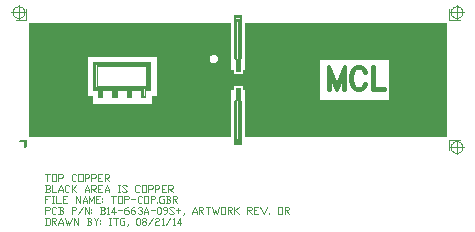
<source format=gbr>
G75*
%IPPOS*%
%FSLAX24Y24*%
%MOIN*%
%ADD10C,0.00100*%
%ADD11C,0.00200*%
%ADD12C,0.00400*%
%ADD13C,0.00800*%
%ADD14C,0.01500*%
%ADD15C,0.02500*%
%ADD16C,0.04000*%
%ADD17C,0.40000*%
%ADD18C,0.20000*%
%ADD19C,0.09358*%
%ADD20C,0.09600*%
%ADD21C,0.01300*%
%ADD22C,0.03000*%
%LNGB-TCOP*%
%LPD*%
G54D10*
X-201Y-5D02*
X-246Y-54D01*
X-54D01*
Y-246D01*
X-5Y-201D01*
Y-5D01*
X-201D01*
X-223Y-44D02*
X-246Y-54D01*
X-44Y-223D02*
X-54Y-246D01*
G54D11*
X-197Y-15D02*
X-223Y-44D01*
X-44D01*
Y-223D01*
X-15Y-197D01*
Y-15D01*
X-197D01*
X-119Y-15D02*
Y-44D01*
X-138D02*
Y-15D01*
X-157D02*
Y-44D01*
X-176D02*
Y-15D01*
X-195D02*
Y-44D01*
X-214D02*
Y-34D01*
X-100Y-44D02*
Y-15D01*
X-81D02*
Y-44D01*
X-62D02*
Y-15D01*
X-43D02*
Y-222D01*
X-24Y-205D02*
Y-15D01*
G54D10*
X-201Y-5D02*
X-246Y-54D01*
X-54D01*
Y-246D01*
X-5Y-201D01*
Y-5D01*
X-201D01*
X14352Y-54D02*
X14321Y-56D01*
X14291Y-63D01*
X14263Y-75D01*
X14237Y-91D01*
X14214Y-111D01*
X14194Y-134D01*
X14178Y-160D01*
X14166Y-189D01*
X14159Y-218D01*
X14157Y-249D01*
D02*
X14159Y-279D01*
X14166Y-309D01*
X14178Y-337D01*
X14194Y-364D01*
X14214Y-387D01*
X14237Y-407D01*
X14263Y-423D01*
X14291Y-434D01*
X14321Y-442D01*
X14352Y-444D01*
X14100Y0D02*
X14449D01*
X14352Y-249D02*
X14116D01*
X14100Y0D02*
Y-349D01*
X14352Y-444D02*
X14382Y-442D01*
X14412Y-434D01*
X14440Y-423D01*
X14466Y-407D01*
X14490Y-387D01*
X14509Y-364D01*
X14525Y-337D01*
X14537Y-309D01*
X14544Y-279D01*
X14547Y-249D01*
X14352D02*
Y-484D01*
X14547Y-249D02*
X14544Y-218D01*
X14537Y-189D01*
X14525Y-160D01*
X14509Y-134D01*
X14490Y-111D01*
X14466Y-91D01*
X14440Y-75D01*
X14412Y-63D01*
X14382Y-56D01*
X14352Y-54D01*
Y-249D02*
X14587D01*
X14352D02*
Y-13D01*
X-252Y4444D02*
X-282Y4442D01*
X-312Y4434D01*
X-340Y4423D01*
X-366Y4407D01*
X-390Y4387D01*
X-409Y4364D01*
X-425Y4337D01*
X-437Y4309D01*
X-444Y4279D01*
X-447Y4249D01*
D02*
X-444Y4218D01*
X-437Y4189D01*
X-425Y4160D01*
X-409Y4134D01*
X-390Y4111D01*
X-366Y4091D01*
X-340Y4075D01*
X-312Y4063D01*
X-282Y4056D01*
X-252Y4054D01*
Y4249D02*
X-487D01*
X-252Y4054D02*
X-221Y4056D01*
X-191Y4063D01*
X-163Y4075D01*
X-137Y4091D01*
X-114Y4111D01*
X-94Y4134D01*
X-78Y4160D01*
X-66Y4189D01*
X-59Y4218D01*
X-57Y4249D01*
X-252D02*
Y4013D01*
X0Y4000D02*
Y4349D01*
Y4000D02*
X-349D01*
X-57Y4249D02*
X-59Y4279D01*
X-66Y4309D01*
X-78Y4337D01*
X-94Y4364D01*
X-114Y4387D01*
X-137Y4407D01*
X-163Y4423D01*
X-191Y4434D01*
X-221Y4442D01*
X-252Y4444D01*
Y4249D02*
X-16D01*
X-252D02*
Y4484D01*
X14547Y4249D02*
X14544Y4279D01*
X14537Y4309D01*
X14525Y4337D01*
X14509Y4364D01*
X14490Y4387D01*
X14466Y4407D01*
X14440Y4423D01*
X14412Y4434D01*
X14382Y4442D01*
X14352Y4444D01*
Y4054D02*
X14382Y4056D01*
X14412Y4063D01*
X14440Y4075D01*
X14466Y4091D01*
X14490Y4111D01*
X14509Y4134D01*
X14525Y4160D01*
X14537Y4189D01*
X14544Y4218D01*
X14547Y4249D01*
X14352D02*
X14587D01*
X14157D02*
X14159Y4218D01*
X14166Y4189D01*
X14178Y4160D01*
X14194Y4134D01*
X14214Y4111D01*
X14237Y4091D01*
X14263Y4075D01*
X14291Y4063D01*
X14321Y4056D01*
X14352Y4054D01*
Y4249D02*
Y4013D01*
X14100Y4000D02*
Y4349D01*
Y4000D02*
X14449D01*
X14352Y4444D02*
X14321Y4442D01*
X14291Y4434D01*
X14263Y4423D01*
X14237Y4407D01*
X14214Y4387D01*
X14194Y4364D01*
X14178Y4337D01*
X14166Y4309D01*
X14159Y4279D01*
X14157Y4249D01*
X14352D02*
X14116D01*
X14352D02*
Y4484D01*
G54D12*
X640Y-1740D02*
X749D01*
X786Y-1703D01*
Y-1667D01*
X749Y-1630D01*
X676D01*
X749D02*
X786Y-1593D01*
Y-1557D01*
X749Y-1520D01*
X640D01*
X676D02*
Y-1740D01*
X859Y-1520D02*
Y-1740D01*
X1006D01*
X1079D02*
Y-1667D01*
X1152Y-1520D01*
X1225Y-1667D01*
Y-1740D01*
X1079Y-1667D02*
X1225D01*
X1445Y-1703D02*
X1408Y-1740D01*
X1335D01*
X1298Y-1703D01*
Y-1557D01*
X1335Y-1520D01*
X1408D01*
X1445Y-1557D01*
X1518Y-1740D02*
Y-1520D01*
X1664D02*
X1555Y-1630D01*
X1518D01*
X1555D02*
X1664Y-1740D01*
X1957D02*
Y-1667D01*
X2030Y-1520D01*
X2104Y-1667D01*
Y-1740D01*
X1957Y-1667D02*
X2104D01*
X2177Y-1740D02*
Y-1520D01*
X2287D01*
X2323Y-1557D01*
Y-1593D01*
X2287Y-1630D01*
X2177D01*
X2213D02*
X2323Y-1740D01*
X2396D02*
Y-1520D01*
X2543D01*
X2396Y-1630D02*
X2470D01*
X2396Y-1740D02*
X2543D01*
X2616D02*
Y-1667D01*
X2689Y-1520D01*
X2762Y-1667D01*
Y-1740D01*
X2616Y-1667D02*
X2762D01*
X3055Y-1520D02*
X3128D01*
X3092D02*
Y-1740D01*
X3055D02*
X3128D01*
X3202Y-1703D02*
X3238Y-1740D01*
X3312D01*
X3348Y-1703D01*
X3202Y-1557D01*
X3238Y-1520D01*
X3312D01*
X3348Y-1557D01*
X3787Y-1703D02*
X3751Y-1740D01*
X3678D01*
X3641Y-1703D01*
Y-1557D01*
X3678Y-1520D01*
X3751D01*
X3787Y-1557D01*
X3861Y-1740D02*
Y-1520D01*
X4007D01*
Y-1740D01*
X3861D01*
X4080D02*
Y-1520D01*
X4190D01*
X4227Y-1557D01*
Y-1593D01*
X4190Y-1630D01*
X4080D01*
X4300Y-1740D02*
Y-1520D01*
X4410D01*
X4446Y-1557D01*
Y-1593D01*
X4410Y-1630D01*
X4300D01*
X4519Y-1740D02*
Y-1520D01*
X4666D01*
X4519Y-1630D02*
X4593D01*
X4519Y-1740D02*
X4666D01*
X4739D02*
Y-1520D01*
X4849D01*
X4885Y-1557D01*
Y-1593D01*
X4849Y-1630D01*
X4739D01*
X4776D02*
X4885Y-1740D01*
X640Y-2106D02*
Y-1886D01*
X786D01*
X640Y-1996D02*
X713D01*
X859Y-1886D02*
X932D01*
X896D02*
Y-2106D01*
X859D02*
X932D01*
X1006Y-1886D02*
Y-2106D01*
X1152D01*
X1225D02*
Y-1886D01*
X1372D01*
X1225Y-1996D02*
X1298D01*
X1225Y-2106D02*
X1372D01*
X1664D02*
Y-1886D01*
X1811Y-2106D01*
Y-1886D01*
X1884Y-2106D02*
Y-2033D01*
X1957Y-1886D01*
X2030Y-2033D01*
Y-2106D01*
X1884Y-2033D02*
X2030D01*
X2104Y-2106D02*
Y-1886D01*
X2177Y-2033D01*
X2250Y-1886D01*
Y-2106D01*
X2323D02*
Y-1886D01*
X2470D01*
X2323Y-1996D02*
X2396D01*
X2323Y-2106D02*
X2470D01*
X2543Y-1959D02*
Y-1996D01*
Y-2033D02*
Y-2069D01*
X2836Y-1886D02*
X2982D01*
X2909D02*
Y-2106D01*
X3055D02*
Y-1886D01*
X3202D01*
Y-2106D01*
X3055D01*
X3275D02*
Y-1886D01*
X3385D01*
X3421Y-1923D01*
Y-1959D01*
X3385Y-1996D01*
X3275D01*
X3495D02*
X3641D01*
X3861Y-2069D02*
X3824Y-2106D01*
X3751D01*
X3714Y-2069D01*
Y-1923D01*
X3751Y-1886D01*
X3824D01*
X3861Y-1923D01*
X3934Y-2106D02*
Y-1886D01*
X4080D01*
Y-2106D01*
X3934D01*
X4153D02*
Y-1886D01*
X4263D01*
X4300Y-1923D01*
Y-1959D01*
X4263Y-1996D01*
X4153D01*
X4373Y-2106D02*
Y-2069D01*
X4556Y-1996D02*
X4593D01*
Y-2106D01*
X4483D01*
X4446Y-2069D01*
Y-1923D01*
X4483Y-1886D01*
X4593D01*
X4666Y-2106D02*
X4776D01*
X4812Y-2069D01*
Y-2033D01*
X4776Y-1996D01*
X4702D01*
X4776D02*
X4812Y-1959D01*
Y-1923D01*
X4776Y-1886D01*
X4666D01*
X4702D02*
Y-2106D01*
X4885D02*
Y-1886D01*
X4995D01*
X5032Y-1923D01*
Y-1959D01*
X4995Y-1996D01*
X4885D01*
X4922D02*
X5032Y-2106D01*
X640Y-2472D02*
Y-2252D01*
X749D01*
X786Y-2289D01*
Y-2326D01*
X749Y-2362D01*
X640D01*
X1006Y-2435D02*
X969Y-2472D01*
X896D01*
X859Y-2435D01*
Y-2289D01*
X896Y-2252D01*
X969D01*
X1006Y-2289D01*
X1079Y-2472D02*
X1189D01*
X1225Y-2435D01*
Y-2399D01*
X1189Y-2362D01*
X1115D01*
X1189D02*
X1225Y-2326D01*
Y-2289D01*
X1189Y-2252D01*
X1079D01*
X1115D02*
Y-2472D01*
X1518D02*
Y-2252D01*
X1628D01*
X1664Y-2289D01*
Y-2326D01*
X1628Y-2362D01*
X1518D01*
X1738Y-2472D02*
X1884Y-2252D01*
X1957Y-2472D02*
Y-2252D01*
X2104Y-2472D01*
Y-2252D01*
X2177Y-2326D02*
Y-2362D01*
Y-2399D02*
Y-2435D01*
X2470Y-2472D02*
X2579D01*
X2616Y-2435D01*
Y-2399D01*
X2579Y-2362D01*
X2506D01*
X2579D02*
X2616Y-2326D01*
Y-2289D01*
X2579Y-2252D01*
X2470D01*
X2506D02*
Y-2472D01*
X2689Y-2289D02*
X2726Y-2252D01*
Y-2472D01*
X2689D02*
X2762D01*
X2982Y-2399D02*
X2836D01*
X2945Y-2252D01*
Y-2472D01*
X3055Y-2362D02*
X3202D01*
X3275D02*
X3385D01*
X3421Y-2399D01*
Y-2435D01*
X3385Y-2472D01*
X3312D01*
X3275Y-2435D01*
Y-2326D01*
X3348Y-2252D01*
X3385D01*
X3495Y-2362D02*
X3604D01*
X3641Y-2399D01*
Y-2435D01*
X3604Y-2472D01*
X3531D01*
X3495Y-2435D01*
Y-2326D01*
X3568Y-2252D01*
X3604D01*
X3714Y-2289D02*
X3751Y-2252D01*
X3824D01*
X3861Y-2289D01*
Y-2326D01*
X3824Y-2362D01*
X3787D01*
X3824D02*
X3861Y-2399D01*
Y-2435D01*
X3824Y-2472D01*
X3751D01*
X3714Y-2435D01*
X3934Y-2472D02*
Y-2399D01*
X4007Y-2252D01*
X4080Y-2399D01*
Y-2472D01*
X3934Y-2399D02*
X4080D01*
X4153Y-2362D02*
X4300D01*
X4410Y-2472D02*
X4373Y-2435D01*
Y-2289D01*
X4410Y-2252D01*
X4446D01*
X4483Y-2289D01*
Y-2435D01*
X4446Y-2472D01*
X4410D01*
X4593D02*
X4629D01*
X4702Y-2399D01*
Y-2289D01*
X4666Y-2252D01*
X4593D01*
X4556Y-2289D01*
Y-2326D01*
X4593Y-2362D01*
X4702D01*
X4776Y-2435D02*
X4812Y-2472D01*
X4885D01*
X4922Y-2435D01*
X4776Y-2289D01*
X4812Y-2252D01*
X4885D01*
X4922Y-2289D01*
X5068Y-2435D02*
Y-2289D01*
X5142Y-2362D02*
X4995D01*
X5251Y-2435D02*
Y-2472D01*
X5215Y-2509D01*
X5544Y-2472D02*
Y-2399D01*
X5617Y-2252D01*
X5691Y-2399D01*
Y-2472D01*
X5544Y-2399D02*
X5691D01*
X5764Y-2472D02*
Y-2252D01*
X5874D01*
X5910Y-2289D01*
Y-2326D01*
X5874Y-2362D01*
X5764D01*
X5800D02*
X5910Y-2472D01*
X5983Y-2252D02*
X6130D01*
X6057D02*
Y-2472D01*
X6203Y-2252D02*
X6276Y-2472D01*
X6313Y-2362D01*
X6349Y-2472D01*
X6423Y-2252D01*
X6496Y-2472D02*
Y-2252D01*
X6642D01*
Y-2472D01*
X6496D01*
X6715D02*
Y-2252D01*
X6825D01*
X6862Y-2289D01*
Y-2326D01*
X6825Y-2362D01*
X6715D01*
X6752D02*
X6862Y-2472D01*
X6935D02*
Y-2252D01*
X7081D02*
X6972Y-2362D01*
X6935D01*
X6972D02*
X7081Y-2472D01*
X7374D02*
Y-2252D01*
X7484D01*
X7521Y-2289D01*
Y-2326D01*
X7484Y-2362D01*
X7374D01*
X7411D02*
X7521Y-2472D01*
X7594D02*
Y-2252D01*
X7740D01*
X7594Y-2362D02*
X7667D01*
X7594Y-2472D02*
X7740D01*
X7813Y-2252D02*
X7923Y-2472D01*
X8033Y-2252D01*
X8106Y-2472D02*
Y-2435D01*
X8399Y-2472D02*
Y-2252D01*
X8546D01*
Y-2472D01*
X8399D01*
X8619D02*
Y-2252D01*
X8729D01*
X8765Y-2289D01*
Y-2326D01*
X8729Y-2362D01*
X8619D01*
X8655D02*
X8765Y-2472D01*
X640Y-2838D02*
X749D01*
X786Y-2801D01*
Y-2655D01*
X749Y-2618D01*
X640D01*
X676D02*
Y-2838D01*
X859D02*
Y-2618D01*
X969D01*
X1006Y-2655D01*
Y-2692D01*
X969Y-2728D01*
X859D01*
X896D02*
X1006Y-2838D01*
X1079D02*
Y-2765D01*
X1152Y-2618D01*
X1225Y-2765D01*
Y-2838D01*
X1079Y-2765D02*
X1225D01*
X1298Y-2618D02*
X1372Y-2838D01*
X1408Y-2728D01*
X1445Y-2838D01*
X1518Y-2618D01*
X1591Y-2838D02*
Y-2618D01*
X1738Y-2838D01*
Y-2618D01*
X2030Y-2838D02*
X2140D01*
X2177Y-2801D01*
Y-2765D01*
X2140Y-2728D01*
X2067D01*
X2140D02*
X2177Y-2692D01*
Y-2655D01*
X2140Y-2618D01*
X2030D01*
X2067D02*
Y-2838D01*
X2250Y-2618D02*
X2323Y-2728D01*
Y-2838D01*
Y-2728D02*
X2396Y-2618D01*
X2470Y-2692D02*
Y-2728D01*
Y-2765D02*
Y-2801D01*
X2762Y-2618D02*
X2836D01*
X2799D02*
Y-2838D01*
X2762D02*
X2836D01*
X2909Y-2618D02*
X3055D01*
X2982D02*
Y-2838D01*
X3238Y-2728D02*
X3275D01*
Y-2838D01*
X3165D01*
X3128Y-2801D01*
Y-2655D01*
X3165Y-2618D01*
X3275D01*
X3385Y-2801D02*
Y-2838D01*
X3348Y-2875D01*
X3714Y-2838D02*
X3678Y-2801D01*
Y-2655D01*
X3714Y-2618D01*
X3751D01*
X3787Y-2655D01*
Y-2801D01*
X3751Y-2838D01*
X3714D01*
X3897D02*
X3861Y-2801D01*
Y-2765D01*
X3897Y-2728D01*
X3970D01*
X4007Y-2692D01*
Y-2655D01*
X3970Y-2618D01*
X3897D01*
X3861Y-2655D01*
Y-2692D01*
X3897Y-2728D01*
X3970D02*
X4007Y-2765D01*
Y-2801D01*
X3970Y-2838D01*
X3897D01*
X4080D02*
X4227Y-2618D01*
X4300Y-2655D02*
X4336Y-2618D01*
X4410D01*
X4446Y-2655D01*
Y-2692D01*
X4410Y-2728D01*
X4336D01*
X4300Y-2765D01*
Y-2838D01*
X4446D01*
X4519Y-2655D02*
X4556Y-2618D01*
Y-2838D01*
X4519D02*
X4593D01*
X4666D02*
X4812Y-2618D01*
X4885Y-2655D02*
X4922Y-2618D01*
Y-2838D01*
X4885D02*
X4959D01*
X5178Y-2765D02*
X5032D01*
X5142Y-2618D01*
Y-2838D01*
X640Y-1154D02*
X786D01*
X713D02*
Y-1374D01*
X859D02*
Y-1154D01*
X1006D01*
Y-1374D01*
X859D01*
X1079D02*
Y-1154D01*
X1189D01*
X1225Y-1191D01*
Y-1227D01*
X1189Y-1264D01*
X1079D01*
X1664Y-1337D02*
X1628Y-1374D01*
X1555D01*
X1518Y-1337D01*
Y-1191D01*
X1555Y-1154D01*
X1628D01*
X1664Y-1191D01*
X1738Y-1374D02*
Y-1154D01*
X1884D01*
Y-1374D01*
X1738D01*
X1957D02*
Y-1154D01*
X2067D01*
X2104Y-1191D01*
Y-1227D01*
X2067Y-1264D01*
X1957D01*
X2177Y-1374D02*
Y-1154D01*
X2287D01*
X2323Y-1191D01*
Y-1227D01*
X2287Y-1264D01*
X2177D01*
X2396Y-1374D02*
Y-1154D01*
X2543D01*
X2396Y-1264D02*
X2470D01*
X2396Y-1374D02*
X2543D01*
X2616D02*
Y-1154D01*
X2726D01*
X2762Y-1191D01*
Y-1227D01*
X2726Y-1264D01*
X2616D01*
X2653D02*
X2762Y-1374D01*
G54D21*
X10091Y2413D02*
Y1663D01*
X10124Y2234D02*
Y1663D01*
X10091D01*
X10124Y2234D02*
X10354Y1663D01*
X10091Y2413D02*
X10354Y1770D01*
X10617Y2413D02*
X10354Y1770D01*
X10584Y2234D02*
X10354Y1663D01*
X10584Y2234D02*
Y1663D01*
X10617D01*
Y2413D02*
Y1663D01*
X11340Y2234D02*
X11307Y2305D01*
X11241Y2377D01*
X11176Y2413D01*
X11044D01*
X10979Y2377D01*
X10913Y2305D01*
X10880Y2234D01*
X10847Y2127D01*
Y1948D01*
X10880Y1841D01*
X10913Y1770D01*
X10979Y1698D01*
X11044Y1663D01*
X11176D01*
X11241Y1698D01*
X11307Y1770D01*
X11340Y1841D01*
Y2234D02*
X11307D01*
X11274Y2305D01*
X11241Y2341D01*
X11176Y2377D01*
X11044D01*
X10979Y2341D01*
X10913Y2234D01*
X10880Y2127D01*
Y1948D01*
X10913Y1841D01*
X10979Y1734D01*
X11044Y1698D01*
X11176D01*
X11241Y1734D01*
X11274Y1770D01*
X11307Y1841D01*
X11340D01*
X11570Y2413D02*
Y1663D01*
Y2413D02*
X11603D01*
Y1698D01*
D02*
X11964D01*
Y1663D01*
X11570D02*
X11964D01*
G54D10*
X6945Y4005D02*
X7155D01*
Y4145D01*
X6945D01*
Y4005D01*
G54D11*
X6955Y4015D02*
X7145D01*
Y4135D01*
X6955D01*
Y4015D01*
G54D12*
X6975Y4035D02*
X7125D01*
Y4115D01*
X6975D01*
Y4035D01*
X7125Y4075D02*
X6975D01*
G54D10*
X6945Y4005D02*
X7155D01*
Y4145D01*
X6945D01*
Y4005D01*
Y-145D02*
X7155D01*
Y-5D01*
X6945D01*
Y-145D01*
G54D11*
X6955Y-135D02*
X7145D01*
Y-15D01*
X6955D01*
Y-135D01*
G54D12*
X6975Y-115D02*
X7125D01*
Y-35D01*
X6975D01*
Y-115D01*
X7125Y-75D02*
X6975D01*
G54D10*
X6945Y-145D02*
X7155D01*
Y-5D01*
X6945D01*
Y-145D01*
X3994Y2142D02*
X4138D01*
Y2593D01*
X2234D01*
Y1650D01*
X2394D01*
Y1407D01*
X2538D01*
Y1650D01*
X2874D01*
Y1407D01*
X3018D01*
Y1650D01*
X3354D01*
Y1407D01*
X3498D01*
Y1650D01*
X3834D01*
Y1407D01*
X3978D01*
Y1650D01*
X4138D01*
Y2112D01*
X3994D01*
Y1827D01*
X3961Y1794D01*
X2378D01*
Y2449D01*
X3994D01*
Y2142D01*
G54D11*
X4004Y2152D02*
X4128D01*
Y2583D01*
X2244D01*
Y1660D01*
X2404D01*
Y1417D01*
X2528D01*
Y1660D01*
X2884D01*
Y1417D01*
X3008D01*
Y1660D01*
X3364D01*
Y1417D01*
X3488D01*
Y1660D01*
X3844D01*
Y1417D01*
X3968D01*
Y1660D01*
X4128D01*
Y2102D01*
X4004D01*
Y1822D01*
X3965Y1784D01*
X2368D01*
Y2459D01*
X4004D01*
Y2152D01*
G54D12*
X4024Y2172D02*
X4108D01*
Y2563D01*
X2264D01*
Y1680D01*
X2424D01*
Y1437D01*
X2508D01*
Y1680D01*
X2904D01*
Y1437D01*
X2988D01*
Y1680D01*
X3384D01*
Y1437D01*
X3468D01*
Y1680D01*
X3864D01*
Y1437D01*
X3948D01*
Y1680D01*
X4108D01*
Y2082D01*
X4024D01*
Y1814D01*
X3973Y1764D01*
X2348D01*
Y2479D01*
X4024D01*
Y2172D01*
G54D13*
X4064Y2212D02*
X4068D01*
Y2523D01*
X2304D01*
Y1720D01*
X2464D01*
Y1477D01*
X2468D01*
Y1720D01*
X2944D01*
Y1477D01*
X2948D01*
Y1720D01*
X3424D01*
Y1477D01*
X3428D01*
Y1720D01*
X3904D01*
Y1477D01*
X3908D01*
Y1720D01*
X4068D01*
Y2042D01*
X4064D01*
Y1798D01*
X3990Y1724D01*
X2308D01*
Y2519D01*
X4064D01*
Y2212D01*
X4064Y2519D02*
X4068Y2523D01*
X2464Y1720D02*
X2468D01*
X2944D02*
X2948D01*
X3424D02*
X3428D01*
X3904D02*
X3908D01*
X4064Y1795D02*
X4068Y1723D01*
X2308Y2519D02*
X2304Y2523D01*
G54D10*
X3994Y2142D02*
X4138D01*
Y2593D01*
X2234D01*
Y1650D01*
X2394D01*
Y1407D01*
X2538D01*
Y1650D01*
X2874D01*
Y1407D01*
X3018D01*
Y1650D01*
X3354D01*
Y1407D01*
X3498D01*
Y1650D01*
X3834D01*
Y1407D01*
X3978D01*
Y1650D01*
X4138D01*
Y2112D01*
X3994D01*
Y1827D01*
X3961Y1794D01*
X2378D01*
Y2449D01*
X3994D01*
Y2142D01*
Y2122D02*
X4138D01*
Y2132D01*
X3994D01*
Y2122D01*
X4138Y2127D02*
X3994D01*
X3994Y2122D02*
X4138D01*
Y2132D01*
X3994D01*
Y2122D01*
X3191Y2803D02*
X3295D01*
Y3895D01*
X3191D01*
Y2803D01*
G54D11*
X3201Y2813D02*
X3285D01*
Y3885D01*
X3201D01*
Y2813D01*
G54D12*
X3221Y2833D02*
X3265D01*
Y3865D01*
X3221D01*
Y2833D01*
X3243Y3865D02*
Y2833D01*
G54D10*
X3191Y2803D02*
X3295D01*
Y3895D01*
X3191D01*
Y2803D01*
X10926Y2682D02*
X11029D01*
Y3895D01*
X10926D01*
Y2682D01*
G54D11*
X10936Y2692D02*
X11019D01*
Y3885D01*
X10936D01*
Y2692D01*
G54D12*
X10956Y2712D02*
X10999D01*
Y3865D01*
X10956D01*
Y2712D01*
X10978Y3865D02*
Y2712D01*
G54D10*
X10926Y2682D02*
X11029D01*
Y3895D01*
X10926D01*
Y2682D01*
X6945Y3995D02*
Y2712D01*
X6985Y2672D01*
Y2285D01*
X7115D01*
Y2672D01*
X7155Y2712D01*
Y3995D01*
X6945D01*
G54D11*
X6955Y3985D02*
Y2716D01*
X6995Y2676D01*
Y2295D01*
X7105D01*
Y2676D01*
X7145Y2716D01*
Y3985D01*
X6955D01*
G54D12*
X6975Y3965D02*
Y2724D01*
X7015Y2684D01*
Y2315D01*
X7085D01*
Y2684D01*
X7125Y2724D01*
Y3965D01*
X6975D01*
X7050Y3965D02*
Y2315D01*
X7012Y2688D02*
Y3965D01*
X7088D02*
Y2688D01*
G54D10*
X6945Y3995D02*
Y2712D01*
X6985Y2672D01*
Y2285D01*
X7115D01*
Y2672D01*
X7155Y2712D01*
Y3995D01*
X6945D01*
Y5D02*
X7155D01*
Y1288D01*
X7115Y1328D01*
Y1715D01*
X6985D01*
Y1328D01*
X6945Y1288D01*
Y5D01*
G54D11*
X6955Y15D02*
X7145D01*
Y1284D01*
X7105Y1324D01*
Y1705D01*
X6995D01*
Y1324D01*
X6955Y1284D01*
Y15D01*
G54D12*
X6975Y35D02*
X7125D01*
Y1276D01*
X7085Y1316D01*
Y1685D01*
X7015D01*
Y1316D01*
X6975Y1276D01*
Y35D01*
X7050Y1685D02*
Y35D01*
X7012D02*
Y1313D01*
X7088D02*
Y35D01*
G54D10*
X6945Y5D02*
X7155D01*
Y1288D01*
X7115Y1328D01*
Y1715D01*
X6985D01*
Y1328D01*
X6945Y1288D01*
Y5D01*
X6795Y2718D02*
Y3895D01*
X3305D01*
Y2803D01*
X4348D01*
Y1440D01*
X4188D01*
Y1197D01*
X2184D01*
Y1440D01*
X2024D01*
Y2803D01*
X3181D01*
Y3895D01*
X105D01*
Y105D01*
X6795D01*
Y1675D01*
X6885D01*
Y1825D01*
X7215D01*
Y1675D01*
X7305D01*
Y105D01*
X13995D01*
Y3895D01*
X11039D01*
Y2682D01*
X12083D01*
Y1318D01*
X9759D01*
Y2682D01*
X10916D01*
Y3895D01*
X7305D01*
Y2325D01*
X7215D01*
Y2175D01*
X6885D01*
Y2325D01*
X6795D01*
Y2682D01*
X6392D01*
X6389Y2663D01*
X6382Y2641D01*
X6371Y2619D01*
X6357Y2600D01*
X6341Y2583D01*
X6322Y2569D01*
X6301Y2558D01*
X6279Y2550D01*
X6255Y2546D01*
X6232Y2545D01*
X6208Y2548D01*
X6186Y2554D01*
X6164Y2564D01*
X6144Y2577D01*
X6127Y2593D01*
X6112Y2611D01*
X6100Y2632D01*
X6091Y2654D01*
X6086Y2677D01*
X6084Y2700D01*
X6086Y2724D01*
X6091Y2747D01*
X6100Y2769D01*
X6112Y2789D01*
X6127Y2808D01*
X6145Y2823D01*
X6165Y2836D01*
X6186Y2846D01*
X6209Y2852D01*
X6233Y2855D01*
X6256Y2854D01*
X6279Y2850D01*
X6302Y2842D01*
X6323Y2830D01*
X6341Y2816D01*
X6358Y2799D01*
X6372Y2780D01*
X6382Y2759D01*
X6389Y2736D01*
X6392Y2718D01*
X6795D01*
G54D11*
X6785Y2728D02*
Y3885D01*
X3315D01*
Y2813D01*
X4358D01*
Y1430D01*
X4198D01*
Y1187D01*
X2174D01*
Y1430D01*
X2014D01*
Y2813D01*
X3171D01*
Y3885D01*
X115D01*
Y115D01*
X6785D01*
Y1685D01*
X6875D01*
Y1835D01*
X7225D01*
Y1685D01*
X7315D01*
Y115D01*
X13985D01*
Y3885D01*
X11049D01*
Y2692D01*
X12093D01*
Y1308D01*
X9749D01*
Y2692D01*
X10906D01*
Y3885D01*
X7315D01*
Y2315D01*
X7225D01*
Y2165D01*
X6875D01*
Y2315D01*
X6785D01*
Y2672D01*
X6401D01*
X6399Y2660D01*
X6391Y2636D01*
X6379Y2614D01*
X6365Y2593D01*
X6347Y2575D01*
X6327Y2560D01*
X6304Y2549D01*
X6280Y2540D01*
X6256Y2536D01*
X6231Y2535D01*
X6206Y2538D01*
X6181Y2545D01*
X6158Y2556D01*
X6137Y2570D01*
X6119Y2587D01*
X6103Y2606D01*
X6090Y2628D01*
X6081Y2652D01*
X6076Y2676D01*
X6074Y2701D01*
X6076Y2726D01*
X6082Y2751D01*
X6091Y2774D01*
X6104Y2796D01*
X6120Y2815D01*
X6139Y2832D01*
X6161Y2845D01*
X6184Y2855D01*
X6208Y2862D01*
X6233Y2865D01*
X6258Y2864D01*
X6283Y2859D01*
X6306Y2850D01*
X6329Y2838D01*
X6349Y2823D01*
X6366Y2805D01*
X6381Y2784D01*
X6392Y2762D01*
X6399Y2738D01*
X6401Y2728D01*
X6785D01*
X2014Y2000D02*
X115D01*
X4358D02*
X9749D01*
X12093D02*
X13985D01*
X2014Y2019D02*
X115D01*
X4358D02*
X9749D01*
X12093D02*
X13985D01*
X2014Y2038D02*
X115D01*
X4358D02*
X9749D01*
X12093D02*
X13985D01*
X2014Y2057D02*
X115D01*
X4358D02*
X9749D01*
X12093D02*
X13985D01*
X2014Y2076D02*
X115D01*
X4358D02*
X9749D01*
X12093D02*
X13985D01*
X2014Y2095D02*
X115D01*
X4358D02*
X9749D01*
X12093D02*
X13985D01*
X2014Y2114D02*
X115D01*
X4358D02*
X9749D01*
X12093D02*
X13985D01*
X2014Y2133D02*
X115D01*
X4358D02*
X9749D01*
X12093D02*
X13985D01*
X2014Y2152D02*
X115D01*
X4358D02*
X9749D01*
X12093D02*
X13985D01*
X2014Y2171D02*
X115D01*
X4358D02*
X6875D01*
X7225D02*
X9749D01*
X12093D02*
X13985D01*
X2014Y2190D02*
X115D01*
X4358D02*
X6875D01*
X7225D02*
X9749D01*
X12093D02*
X13985D01*
X2014Y2209D02*
X115D01*
X4358D02*
X6875D01*
X7225D02*
X9749D01*
X12093D02*
X13985D01*
X2014Y2228D02*
X115D01*
X4358D02*
X6875D01*
X7225D02*
X9749D01*
X12093D02*
X13985D01*
X2014Y2247D02*
X115D01*
X4358D02*
X6875D01*
X7225D02*
X9749D01*
X12093D02*
X13985D01*
X2014Y2266D02*
X115D01*
X4358D02*
X6875D01*
X7225D02*
X9749D01*
X12093D02*
X13985D01*
X2014Y2285D02*
X115D01*
X4358D02*
X6875D01*
X7225D02*
X9749D01*
X12093D02*
X13985D01*
X2014Y2304D02*
X115D01*
X4358D02*
X6875D01*
X7225D02*
X9749D01*
X12093D02*
X13985D01*
X2014Y2323D02*
X115D01*
X4358D02*
X6785D01*
X7315D02*
X9749D01*
X12093D02*
X13985D01*
X2014Y2342D02*
X115D01*
X4358D02*
X6785D01*
X7315D02*
X9749D01*
X12093D02*
X13985D01*
X2014Y2361D02*
X115D01*
X4358D02*
X6785D01*
X7315D02*
X9749D01*
X12093D02*
X13985D01*
X2014Y2380D02*
X115D01*
X4358D02*
X6785D01*
X7315D02*
X9749D01*
X12093D02*
X13985D01*
X2014Y2399D02*
X115D01*
X4358D02*
X6785D01*
X7315D02*
X9749D01*
X12093D02*
X13985D01*
X2014Y2418D02*
X115D01*
X4358D02*
X6785D01*
X7315D02*
X9749D01*
X12093D02*
X13985D01*
X2014Y2437D02*
X115D01*
X4358D02*
X6785D01*
X7315D02*
X9749D01*
X12093D02*
X13985D01*
X2014Y2456D02*
X115D01*
X4358D02*
X6785D01*
X7315D02*
X9749D01*
X12093D02*
X13985D01*
X2014Y2475D02*
X115D01*
X4358D02*
X6785D01*
X7315D02*
X9749D01*
X12093D02*
X13985D01*
X2014Y2494D02*
X115D01*
X4358D02*
X6785D01*
X7315D02*
X9749D01*
X12093D02*
X13985D01*
X2014Y2513D02*
X115D01*
X4358D02*
X6785D01*
X7315D02*
X9749D01*
X12093D02*
X13985D01*
X2014Y2532D02*
X115D01*
X4358D02*
X6785D01*
X7315D02*
X9749D01*
X12093D02*
X13985D01*
X2014Y2551D02*
X115D01*
X4358D02*
X6169D01*
X6309D02*
X6785D01*
X7315D02*
X9749D01*
X12093D02*
X13985D01*
X2014Y2570D02*
X115D01*
X4358D02*
X6137D01*
X6340D02*
X6785D01*
X7315D02*
X9749D01*
X12093D02*
X13985D01*
X2014Y2589D02*
X115D01*
X4358D02*
X6117D01*
X6360D02*
X6785D01*
X7315D02*
X9749D01*
X12093D02*
X13985D01*
X2014Y2608D02*
X115D01*
X4358D02*
X6102D01*
X6375D02*
X6785D01*
X7315D02*
X9749D01*
X12093D02*
X13985D01*
X2014Y2627D02*
X115D01*
X4358D02*
X6091D01*
X6386D02*
X6785D01*
X7315D02*
X9749D01*
X12093D02*
X13985D01*
X2014Y2646D02*
X115D01*
X4358D02*
X6083D01*
X6394D02*
X6785D01*
X7315D02*
X9749D01*
X12093D02*
X13985D01*
X2014Y2665D02*
X115D01*
X4358D02*
X6078D01*
X6400D02*
X6785D01*
X7315D02*
X9749D01*
X12093D02*
X13985D01*
X2014Y2684D02*
X115D01*
X4358D02*
X6075D01*
X7315D02*
X9749D01*
X12093D02*
X13985D01*
X2014Y2703D02*
X115D01*
X4358D02*
X6074D01*
X7315D02*
X10906D01*
X11049D02*
X13985D01*
X2014Y2722D02*
X115D01*
X4358D02*
X6076D01*
X7315D02*
X10906D01*
X11049D02*
X13985D01*
X2014Y2741D02*
X115D01*
X4358D02*
X6079D01*
X6398D02*
X6785D01*
X7315D02*
X10906D01*
X11049D02*
X13985D01*
X2014Y2760D02*
X115D01*
X4358D02*
X6086D01*
X6392D02*
X6785D01*
X7315D02*
X10906D01*
X11049D02*
X13985D01*
X2014Y2779D02*
X115D01*
X4358D02*
X6094D01*
X6383D02*
X6785D01*
X7315D02*
X10906D01*
X11049D02*
X13985D01*
X2014Y2798D02*
X115D01*
X4358D02*
X6106D01*
X6371D02*
X6785D01*
X7315D02*
X10906D01*
X11049D02*
X13985D01*
X3171Y2817D02*
X115D01*
X3315D02*
X6123D01*
X6354D02*
X6785D01*
X7315D02*
X10906D01*
X11049D02*
X13985D01*
X3171Y2836D02*
X115D01*
X3315D02*
X6146D01*
X6332D02*
X6785D01*
X7315D02*
X10906D01*
X11049D02*
X13985D01*
X3171Y2855D02*
X115D01*
X3315D02*
X6183D01*
X6294D02*
X6785D01*
X7315D02*
X10906D01*
X11049D02*
X13985D01*
X3171Y2874D02*
X115D01*
X3315D02*
X6785D01*
X7315D02*
X10906D01*
X11049D02*
X13985D01*
X3171Y2893D02*
X115D01*
X3315D02*
X6785D01*
X7315D02*
X10906D01*
X11049D02*
X13985D01*
X3171Y2912D02*
X115D01*
X3315D02*
X6785D01*
X7315D02*
X10906D01*
X11049D02*
X13985D01*
X3171Y2931D02*
X115D01*
X3315D02*
X6785D01*
X7315D02*
X10906D01*
X11049D02*
X13985D01*
X3171Y2950D02*
X115D01*
X3315D02*
X6785D01*
X7315D02*
X10906D01*
X11049D02*
X13985D01*
X3171Y2969D02*
X115D01*
X3315D02*
X6785D01*
X7315D02*
X10906D01*
X11049D02*
X13985D01*
X3171Y2988D02*
X115D01*
X3315D02*
X6785D01*
X7315D02*
X10906D01*
X11049D02*
X13985D01*
X3171Y3007D02*
X115D01*
X3315D02*
X6785D01*
X7315D02*
X10906D01*
X11049D02*
X13985D01*
X3171Y3026D02*
X115D01*
X3315D02*
X6785D01*
X7315D02*
X10906D01*
X11049D02*
X13985D01*
X3171Y3045D02*
X115D01*
X3315D02*
X6785D01*
X7315D02*
X10906D01*
X11049D02*
X13985D01*
X3171Y3064D02*
X115D01*
X3315D02*
X6785D01*
X7315D02*
X10906D01*
X11049D02*
X13985D01*
X3171Y3083D02*
X115D01*
X3315D02*
X6785D01*
X7315D02*
X10906D01*
X11049D02*
X13985D01*
X3171Y3102D02*
X115D01*
X3315D02*
X6785D01*
X7315D02*
X10906D01*
X11049D02*
X13985D01*
X3171Y3121D02*
X115D01*
X3315D02*
X6785D01*
X7315D02*
X10906D01*
X11049D02*
X13985D01*
X3171Y3140D02*
X115D01*
X3315D02*
X6785D01*
X7315D02*
X10906D01*
X11049D02*
X13985D01*
X3171Y3159D02*
X115D01*
X3315D02*
X6785D01*
X7315D02*
X10906D01*
X11049D02*
X13985D01*
X3171Y3178D02*
X115D01*
X3315D02*
X6785D01*
X7315D02*
X10906D01*
X11049D02*
X13985D01*
X3171Y3197D02*
X115D01*
X3315D02*
X6785D01*
X7315D02*
X10906D01*
X11049D02*
X13985D01*
X3171Y3216D02*
X115D01*
X3315D02*
X6785D01*
X7315D02*
X10906D01*
X11049D02*
X13985D01*
X3171Y3235D02*
X115D01*
X3315D02*
X6785D01*
X7315D02*
X10906D01*
X11049D02*
X13985D01*
X3171Y3254D02*
X115D01*
X3315D02*
X6785D01*
X7315D02*
X10906D01*
X11049D02*
X13985D01*
X3171Y3273D02*
X115D01*
X3315D02*
X6785D01*
X7315D02*
X10906D01*
X11049D02*
X13985D01*
X3171Y3292D02*
X115D01*
X3315D02*
X6785D01*
X7315D02*
X10906D01*
X11049D02*
X13985D01*
X3171Y3311D02*
X115D01*
X3315D02*
X6785D01*
X7315D02*
X10906D01*
X11049D02*
X13985D01*
X3171Y3330D02*
X115D01*
X3315D02*
X6785D01*
X7315D02*
X10906D01*
X11049D02*
X13985D01*
X3171Y3349D02*
X115D01*
X3315D02*
X6785D01*
X7315D02*
X10906D01*
X11049D02*
X13985D01*
X3171Y3368D02*
X115D01*
X3315D02*
X6785D01*
X7315D02*
X10906D01*
X11049D02*
X13985D01*
X3171Y3387D02*
X115D01*
X3315D02*
X6785D01*
X7315D02*
X10906D01*
X11049D02*
X13985D01*
X3171Y3406D02*
X115D01*
X3315D02*
X6785D01*
X7315D02*
X10906D01*
X11049D02*
X13985D01*
X3171Y3425D02*
X115D01*
X3315D02*
X6785D01*
X7315D02*
X10906D01*
X11049D02*
X13985D01*
X3171Y3444D02*
X115D01*
X3315D02*
X6785D01*
X7315D02*
X10906D01*
X11049D02*
X13985D01*
X3171Y3463D02*
X115D01*
X3315D02*
X6785D01*
X7315D02*
X10906D01*
X11049D02*
X13985D01*
X3171Y3482D02*
X115D01*
X3315D02*
X6785D01*
X7315D02*
X10906D01*
X11049D02*
X13985D01*
X3171Y3501D02*
X115D01*
X3315D02*
X6785D01*
X7315D02*
X10906D01*
X11049D02*
X13985D01*
X3171Y3520D02*
X115D01*
X3315D02*
X6785D01*
X7315D02*
X10906D01*
X11049D02*
X13985D01*
X3171Y3539D02*
X115D01*
X3315D02*
X6785D01*
X7315D02*
X10906D01*
X11049D02*
X13985D01*
X3171Y3558D02*
X115D01*
X3315D02*
X6785D01*
X7315D02*
X10906D01*
X11049D02*
X13985D01*
X3171Y3577D02*
X115D01*
X3315D02*
X6785D01*
X7315D02*
X10906D01*
X11049D02*
X13985D01*
X3171Y3596D02*
X115D01*
X3315D02*
X6785D01*
X7315D02*
X10906D01*
X11049D02*
X13985D01*
X3171Y3615D02*
X115D01*
X3315D02*
X6785D01*
X7315D02*
X10906D01*
X11049D02*
X13985D01*
X3171Y3634D02*
X115D01*
X3315D02*
X6785D01*
X7315D02*
X10906D01*
X11049D02*
X13985D01*
X3171Y3653D02*
X115D01*
X3315D02*
X6785D01*
X7315D02*
X10906D01*
X11049D02*
X13985D01*
X3171Y3672D02*
X115D01*
X3315D02*
X6785D01*
X7315D02*
X10906D01*
X11049D02*
X13985D01*
X3171Y3691D02*
X115D01*
X3315D02*
X6785D01*
X7315D02*
X10906D01*
X11049D02*
X13985D01*
X3171Y3710D02*
X115D01*
X3315D02*
X6785D01*
X7315D02*
X10906D01*
X11049D02*
X13985D01*
X3171Y3729D02*
X115D01*
X3315D02*
X6785D01*
X7315D02*
X10906D01*
X11049D02*
X13985D01*
X3171Y3748D02*
X115D01*
X3315D02*
X6785D01*
X7315D02*
X10906D01*
X11049D02*
X13985D01*
X3171Y3767D02*
X115D01*
X3315D02*
X6785D01*
X7315D02*
X10906D01*
X11049D02*
X13985D01*
X3171Y3786D02*
X115D01*
X3315D02*
X6785D01*
X7315D02*
X10906D01*
X11049D02*
X13985D01*
X3171Y3805D02*
X115D01*
X3315D02*
X6785D01*
X7315D02*
X10906D01*
X11049D02*
X13985D01*
X3171Y3824D02*
X115D01*
X3315D02*
X6785D01*
X7315D02*
X10906D01*
X11049D02*
X13985D01*
X3171Y3843D02*
X115D01*
X3315D02*
X6785D01*
X7315D02*
X10906D01*
X11049D02*
X13985D01*
X3171Y3862D02*
X115D01*
X3315D02*
X6785D01*
X7315D02*
X10906D01*
X11049D02*
X13985D01*
X3171Y3881D02*
X115D01*
X3315D02*
X6785D01*
X7315D02*
X10906D01*
X11049D02*
X13985D01*
X2014Y1981D02*
X115D01*
X4358D02*
X9749D01*
X12093D02*
X13985D01*
X2014Y1962D02*
X115D01*
X4358D02*
X9749D01*
X12093D02*
X13985D01*
X2014Y1943D02*
X115D01*
X4358D02*
X9749D01*
X12093D02*
X13985D01*
X2014Y1924D02*
X115D01*
X4358D02*
X9749D01*
X12093D02*
X13985D01*
X2014Y1905D02*
X115D01*
X4358D02*
X9749D01*
X12093D02*
X13985D01*
X2014Y1886D02*
X115D01*
X4358D02*
X9749D01*
X12093D02*
X13985D01*
X2014Y1867D02*
X115D01*
X4358D02*
X9749D01*
X12093D02*
X13985D01*
X2014Y1848D02*
X115D01*
X4358D02*
X9749D01*
X12093D02*
X13985D01*
X2014Y1829D02*
X115D01*
X4358D02*
X6875D01*
X7225D02*
X9749D01*
X12093D02*
X13985D01*
X2014Y1810D02*
X115D01*
X4358D02*
X6875D01*
X7225D02*
X9749D01*
X12093D02*
X13985D01*
X2014Y1791D02*
X115D01*
X4358D02*
X6875D01*
X7225D02*
X9749D01*
X12093D02*
X13985D01*
X2014Y1772D02*
X115D01*
X4358D02*
X6875D01*
X7225D02*
X9749D01*
X12093D02*
X13985D01*
X2014Y1753D02*
X115D01*
X4358D02*
X6875D01*
X7225D02*
X9749D01*
X12093D02*
X13985D01*
X2014Y1734D02*
X115D01*
X4358D02*
X6875D01*
X7225D02*
X9749D01*
X12093D02*
X13985D01*
X2014Y1715D02*
X115D01*
X4358D02*
X6875D01*
X7225D02*
X9749D01*
X12093D02*
X13985D01*
X2014Y1696D02*
X115D01*
X4358D02*
X6875D01*
X7225D02*
X9749D01*
X12093D02*
X13985D01*
X2014Y1677D02*
X115D01*
X4358D02*
X6785D01*
X7315D02*
X9749D01*
X12093D02*
X13985D01*
X2014Y1658D02*
X115D01*
X4358D02*
X6785D01*
X7315D02*
X9749D01*
X12093D02*
X13985D01*
X2014Y1639D02*
X115D01*
X4358D02*
X6785D01*
X7315D02*
X9749D01*
X12093D02*
X13985D01*
X2014Y1620D02*
X115D01*
X4358D02*
X6785D01*
X7315D02*
X9749D01*
X12093D02*
X13985D01*
X2014Y1601D02*
X115D01*
X4358D02*
X6785D01*
X7315D02*
X9749D01*
X12093D02*
X13985D01*
X2014Y1582D02*
X115D01*
X4358D02*
X6785D01*
X7315D02*
X9749D01*
X12093D02*
X13985D01*
X2014Y1563D02*
X115D01*
X4358D02*
X6785D01*
X7315D02*
X9749D01*
X12093D02*
X13985D01*
X2014Y1544D02*
X115D01*
X4358D02*
X6785D01*
X7315D02*
X9749D01*
X12093D02*
X13985D01*
X2014Y1525D02*
X115D01*
X4358D02*
X6785D01*
X7315D02*
X9749D01*
X12093D02*
X13985D01*
X2014Y1506D02*
X115D01*
X4358D02*
X6785D01*
X7315D02*
X9749D01*
X12093D02*
X13985D01*
X2014Y1487D02*
X115D01*
X4358D02*
X6785D01*
X7315D02*
X9749D01*
X12093D02*
X13985D01*
X2014Y1468D02*
X115D01*
X4358D02*
X6785D01*
X7315D02*
X9749D01*
X12093D02*
X13985D01*
X2014Y1449D02*
X115D01*
X4358D02*
X6785D01*
X7315D02*
X9749D01*
X12093D02*
X13985D01*
X2014Y1430D02*
X115D01*
X4358D02*
X6785D01*
X7315D02*
X9749D01*
X12093D02*
X13985D01*
X2174Y1411D02*
X115D01*
X4198D02*
X6785D01*
X7315D02*
X9749D01*
X12093D02*
X13985D01*
X2174Y1392D02*
X115D01*
X4198D02*
X6785D01*
X7315D02*
X9749D01*
X12093D02*
X13985D01*
X2174Y1373D02*
X115D01*
X4198D02*
X6785D01*
X7315D02*
X9749D01*
X12093D02*
X13985D01*
X2174Y1354D02*
X115D01*
X4198D02*
X6785D01*
X7315D02*
X9749D01*
X12093D02*
X13985D01*
X2174Y1335D02*
X115D01*
X4198D02*
X6785D01*
X7315D02*
X9749D01*
X12093D02*
X13985D01*
X2174Y1316D02*
X115D01*
X4198D02*
X6785D01*
X7315D02*
X9749D01*
X12093D02*
X13985D01*
X2174Y1297D02*
X115D01*
X4198D02*
X6785D01*
X7315D02*
X13985D01*
X2174Y1278D02*
X115D01*
X4198D02*
X6785D01*
X7315D02*
X13985D01*
X2174Y1259D02*
X115D01*
X4198D02*
X6785D01*
X7315D02*
X13985D01*
X2174Y1240D02*
X115D01*
X4198D02*
X6785D01*
X7315D02*
X13985D01*
X2174Y1221D02*
X115D01*
X4198D02*
X6785D01*
X7315D02*
X13985D01*
X2174Y1202D02*
X115D01*
X4198D02*
X6785D01*
X7315D02*
X13985D01*
X6785Y1183D02*
X115D01*
X7315D02*
X13985D01*
X6785Y1164D02*
X115D01*
X7315D02*
X13985D01*
X6785Y1145D02*
X115D01*
X7315D02*
X13985D01*
X6785Y1126D02*
X115D01*
X7315D02*
X13985D01*
X6785Y1107D02*
X115D01*
X7315D02*
X13985D01*
X6785Y1088D02*
X115D01*
X7315D02*
X13985D01*
X6785Y1069D02*
X115D01*
X7315D02*
X13985D01*
X6785Y1050D02*
X115D01*
X7315D02*
X13985D01*
X6785Y1031D02*
X115D01*
X7315D02*
X13985D01*
X6785Y1012D02*
X115D01*
X7315D02*
X13985D01*
X6785Y993D02*
X115D01*
X7315D02*
X13985D01*
X6785Y974D02*
X115D01*
X7315D02*
X13985D01*
X6785Y955D02*
X115D01*
X7315D02*
X13985D01*
X6785Y936D02*
X115D01*
X7315D02*
X13985D01*
X6785Y917D02*
X115D01*
X7315D02*
X13985D01*
X6785Y898D02*
X115D01*
X7315D02*
X13985D01*
X6785Y879D02*
X115D01*
X7315D02*
X13985D01*
X6785Y860D02*
X115D01*
X7315D02*
X13985D01*
X6785Y841D02*
X115D01*
X7315D02*
X13985D01*
X6785Y822D02*
X115D01*
X7315D02*
X13985D01*
X6785Y803D02*
X115D01*
X7315D02*
X13985D01*
X6785Y784D02*
X115D01*
X7315D02*
X13985D01*
X6785Y765D02*
X115D01*
X7315D02*
X13985D01*
X6785Y746D02*
X115D01*
X7315D02*
X13985D01*
X6785Y727D02*
X115D01*
X7315D02*
X13985D01*
X6785Y708D02*
X115D01*
X7315D02*
X13985D01*
X6785Y689D02*
X115D01*
X7315D02*
X13985D01*
X6785Y670D02*
X115D01*
X7315D02*
X13985D01*
X6785Y651D02*
X115D01*
X7315D02*
X13985D01*
X6785Y632D02*
X115D01*
X7315D02*
X13985D01*
X6785Y613D02*
X115D01*
X7315D02*
X13985D01*
X6785Y594D02*
X115D01*
X7315D02*
X13985D01*
X6785Y575D02*
X115D01*
X7315D02*
X13985D01*
X6785Y556D02*
X115D01*
X7315D02*
X13985D01*
X6785Y537D02*
X115D01*
X7315D02*
X13985D01*
X6785Y518D02*
X115D01*
X7315D02*
X13985D01*
X6785Y499D02*
X115D01*
X7315D02*
X13985D01*
X6785Y480D02*
X115D01*
X7315D02*
X13985D01*
X6785Y461D02*
X115D01*
X7315D02*
X13985D01*
X6785Y442D02*
X115D01*
X7315D02*
X13985D01*
X6785Y423D02*
X115D01*
X7315D02*
X13985D01*
X6785Y404D02*
X115D01*
X7315D02*
X13985D01*
X6785Y385D02*
X115D01*
X7315D02*
X13985D01*
X6785Y366D02*
X115D01*
X7315D02*
X13985D01*
X6785Y347D02*
X115D01*
X7315D02*
X13985D01*
X6785Y328D02*
X115D01*
X7315D02*
X13985D01*
X6785Y309D02*
X115D01*
X7315D02*
X13985D01*
X6785Y290D02*
X115D01*
X7315D02*
X13985D01*
X6785Y271D02*
X115D01*
X7315D02*
X13985D01*
X6785Y252D02*
X115D01*
X7315D02*
X13985D01*
X6785Y233D02*
X115D01*
X7315D02*
X13985D01*
X6785Y214D02*
X115D01*
X7315D02*
X13985D01*
X6785Y195D02*
X115D01*
X7315D02*
X13985D01*
X6785Y176D02*
X115D01*
X7315D02*
X13985D01*
X6785Y157D02*
X115D01*
X7315D02*
X13985D01*
X6785Y138D02*
X115D01*
X7315D02*
X13985D01*
X6785Y119D02*
X115D01*
X7315D02*
X13985D01*
G54D10*
X6795Y2718D02*
Y3895D01*
X3305D01*
Y2803D01*
X4348D01*
Y1440D01*
X4188D01*
Y1197D01*
X2184D01*
Y1440D01*
X2024D01*
Y2803D01*
X3181D01*
Y3895D01*
X105D01*
Y105D01*
X6795D01*
Y1675D01*
X6885D01*
Y1825D01*
X7215D01*
Y1675D01*
X7305D01*
Y105D01*
X13995D01*
Y3895D01*
X11039D01*
Y2682D01*
X12083D01*
Y1318D01*
X9759D01*
Y2682D01*
X10916D01*
Y3895D01*
X7305D01*
Y2325D01*
X7215D01*
Y2175D01*
X6885D01*
Y2325D01*
X6795D01*
Y2682D01*
X6392D01*
X6389Y2663D01*
X6382Y2641D01*
X6371Y2619D01*
X6357Y2600D01*
X6341Y2583D01*
X6322Y2569D01*
X6301Y2558D01*
X6279Y2550D01*
X6255Y2546D01*
X6232Y2545D01*
X6208Y2548D01*
X6186Y2554D01*
X6164Y2564D01*
X6144Y2577D01*
X6127Y2593D01*
X6112Y2611D01*
X6100Y2632D01*
X6091Y2654D01*
X6086Y2677D01*
X6084Y2700D01*
X6086Y2724D01*
X6091Y2747D01*
X6100Y2769D01*
X6112Y2789D01*
X6127Y2808D01*
X6145Y2823D01*
X6165Y2836D01*
X6186Y2846D01*
X6209Y2852D01*
X6233Y2855D01*
X6256Y2854D01*
X6279Y2850D01*
X6302Y2842D01*
X6323Y2830D01*
X6341Y2816D01*
X6358Y2799D01*
X6372Y2780D01*
X6382Y2759D01*
X6389Y2736D01*
X6392Y2718D01*
X6795D01*
X6393Y2692D02*
X6795D01*
Y2708D01*
X6393D01*
Y2692D01*
X6795Y2700D02*
X6393D01*
X6393Y2692D02*
X6795D01*
Y2708D01*
X6393D01*
Y2692D01*
M02*


	THIS DOCUMENT AND ITS CONTENTS ARE OWNED BY, AND ARE
THE CONFIDENTIAL AND PROPRIETARY INFORMATION OF, MINI-CIRCUITS
("CONFIDENTIAL INFORMATION") AND MINI-CIRCUITS RESERVES ALL
DESIGN, USE, MANUFACTURING AND REPRODUCTION RIGHTS THERETO.
UNLESS OTHERWISE EXPRESSLY AGREED TO IN WRITING BY MINI-
CIRCUITS, THE CONFIDENTIAL INFROMATION WILL: (i) BE USED BY MINI-
CIRCUITS' VENDORS, VENDEES, OR THE UNITED STATES GOVERNMENT
("RECEIVING PARTY") SOLELY TO PROMOTE THE COMMERCIAL
RELATIONSHIP BETWEEN RECEIVING PARTY AND MINI-CIRCUITS
("PURPOSE") AND THEN ONLY TO THE EXTENT SPECIFIED BY MINI-
CIRCUITS; (ii) NOT BE USED FOR ANY OTHER PURPOSE AND NOT BE USED
IN ANY WAY DETRIMENTAL TO MINI-CIRCUITS OR TO COMPETE AGAINST
MINI-CIRCUITS; AND (iii) BE KEPT CONFIDENTIAL BY THE RECEIVING PARTY
AND RECEIVING PARTY AGREES NOT TO DISCLOSE THE CONFIDENTIAL
INFORMATION TO ANY THIRD PARTY.

</source>
